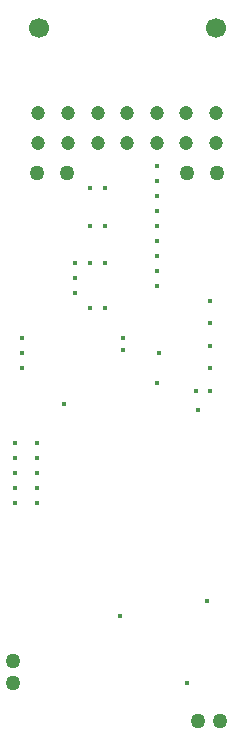
<source format=gbr>
%TF.GenerationSoftware,Altium Limited,Altium Designer,24.8.2 (39)*%
G04 Layer_Color=0*
%FSLAX45Y45*%
%MOMM*%
%TF.SameCoordinates,E8BDA5DE-7BDE-4699-8ED0-D138E9546F0F*%
%TF.FilePolarity,Positive*%
%TF.FileFunction,Plated,1,2,PTH,Drill*%
%TF.Part,Single*%
G01*
G75*
%TA.AperFunction,ComponentDrill*%
%ADD66C,1.20000*%
%ADD67C,1.70000*%
%TA.AperFunction,ViaDrill,NotFilled*%
%ADD68C,1.27000*%
%ADD69C,0.38100*%
D66*
X1980500Y8259000D02*
D03*
X2230500D02*
D03*
X2480500D02*
D03*
X2730500D02*
D03*
X2980500D02*
D03*
X3230500D02*
D03*
X3480500D02*
D03*
X1980500Y8509000D02*
D03*
X2230500D02*
D03*
X2480500D02*
D03*
X2730500D02*
D03*
X2980500D02*
D03*
X3230500D02*
D03*
X3480500D02*
D03*
D67*
X3485500Y9231500D02*
D03*
X1988000D02*
D03*
D68*
X3492500Y8001000D02*
D03*
X3238500D02*
D03*
X3517900Y3365500D02*
D03*
X3327400D02*
D03*
X1765300Y3683000D02*
D03*
Y3873500D02*
D03*
X2222500Y8001000D02*
D03*
X1968500D02*
D03*
D69*
Y5207000D02*
D03*
X1778000D02*
D03*
X1968500Y5334000D02*
D03*
X1778000D02*
D03*
X1968500Y5461000D02*
D03*
X1778000D02*
D03*
Y5588000D02*
D03*
X1968500D02*
D03*
Y5715000D02*
D03*
X1778000D02*
D03*
X2194641Y6046587D02*
D03*
X3314700Y6159500D02*
D03*
X2692400Y6604000D02*
D03*
Y6502400D02*
D03*
X3327400Y5994400D02*
D03*
X3002918Y6478270D02*
D03*
X3238500Y3683000D02*
D03*
X3429000Y6159500D02*
D03*
Y6350000D02*
D03*
Y6540500D02*
D03*
Y6731000D02*
D03*
Y6921500D02*
D03*
X2667000Y4254500D02*
D03*
X3403600Y4381500D02*
D03*
X2984500Y6223000D02*
D03*
X1841500Y6350000D02*
D03*
Y6477000D02*
D03*
Y6604000D02*
D03*
X2540000Y6858000D02*
D03*
Y7239000D02*
D03*
Y7556500D02*
D03*
Y7874000D02*
D03*
X2413000Y7239000D02*
D03*
Y7556500D02*
D03*
Y7874000D02*
D03*
Y6858000D02*
D03*
X2286000Y6985000D02*
D03*
Y7112000D02*
D03*
Y7239000D02*
D03*
X2984500Y8064500D02*
D03*
Y7937500D02*
D03*
Y7683500D02*
D03*
Y7429500D02*
D03*
Y7175500D02*
D03*
Y7048500D02*
D03*
Y7302500D02*
D03*
Y7556500D02*
D03*
Y7810500D02*
D03*
%TF.MD5,d5aa44e184c6f3d74e5240910a9ea7f3*%
M02*

</source>
